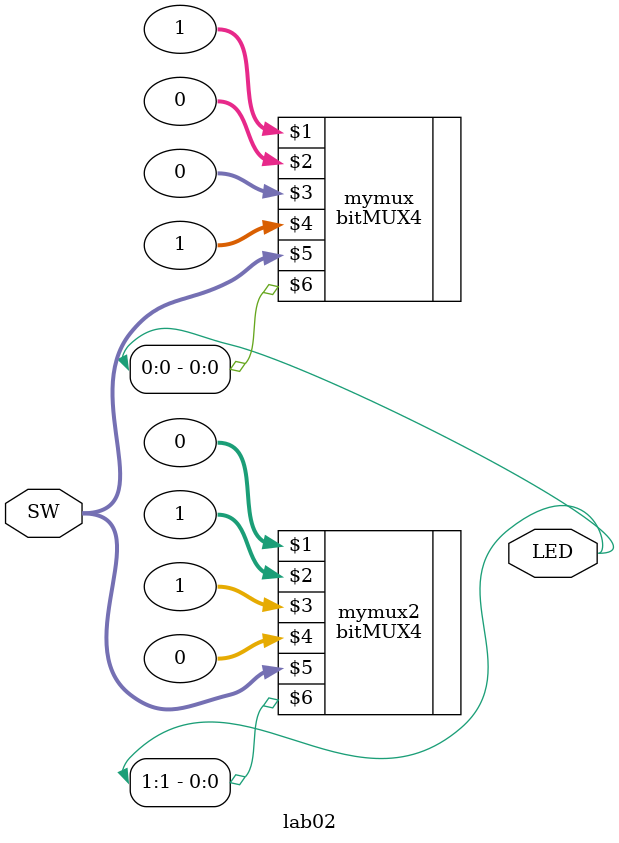
<source format=v>
`timescale 1ns / 1ps


module lab02(
input [1:0]SW,
output [1:0]LED
    );
    /*wire [1:0] sel;
    wire [1:0] o;
    assign sel=SW; 
    assign o=LED;*/
    bitMUX4 mymux(1,0,0,1,SW[1:0],LED[0]);
    bitMUX4 mymux2(0,1,1,0,SW[1:0],LED[1]);
endmodule

</source>
